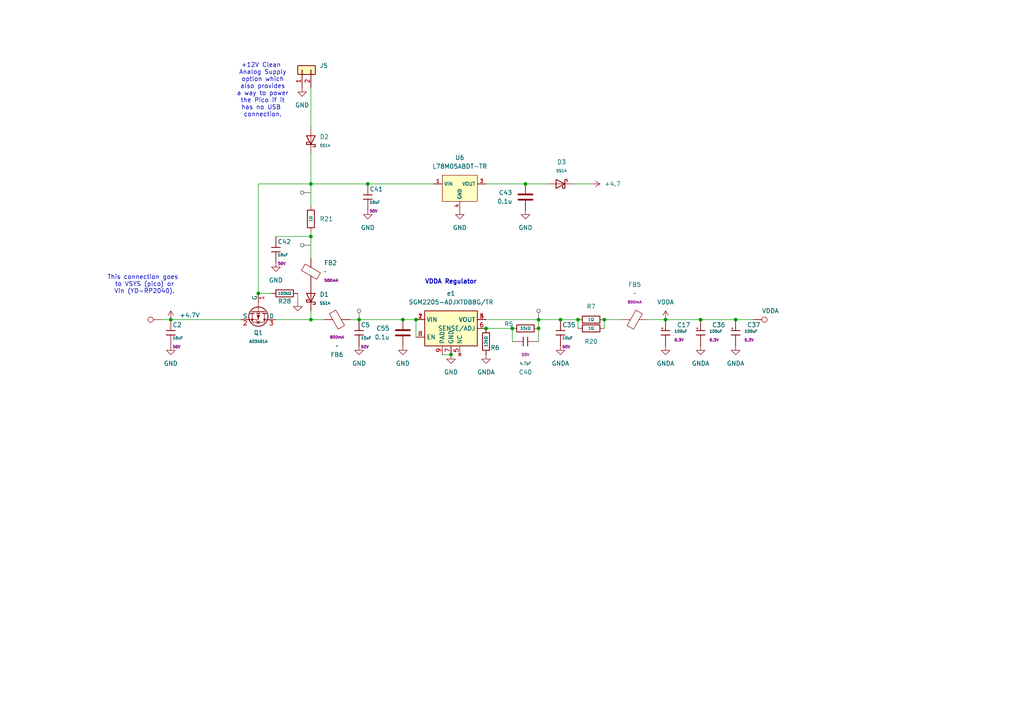
<source format=kicad_sch>
(kicad_sch (version 20250114) (generator "eeschema") (generator_version "9.0")
  (paper "A4")
  (lib_symbols
    (symbol "ADP7142AUJZ_1"
      (property "Reference" "e1" (at 0 10.16 0))
      (property "Value" "SGM2205-ADJXTDB8G/TR" (at 0 7.62 0))
      (symbol "ADP7142AUJZ_1_0_1"
        (rectangle (start -7.62 5.08) (end 7.62 -5.08) (stroke (width 0.254)) (fill (type background)))
      )
      (symbol "ADP7142AUJZ_1_1_1"
        (pin power_in line (at -10.16 2.54 0) (length 2.54) (name "VIN") (number "1"))
        (pin power_in line (at -10.16 2.54 0) (length 2.54) (name "VIN") (number "2"))
        (pin input line (at -10.16 -2.54 0) (length 2.54) (name "EN") (number "8"))
        (pin power_in line (at -2.54 -7.62 90) (length 2.54) (name "PAD") (number "9"))
        (pin passive line (at 0 -7.62 90) (length 2.54) (name "GND") (number "7"))
        (pin no_connect line (at 2.54 -7.62 90) (length 2.54) (name "NC") (number "5"))
        (pin power_out line (at 10.16 2.54 180) (length 2.54) (name "VOUT") (number "3"))
        (pin power_out line (at 10.16 2.54 180) (length 2.54) (name "VOUT") (number "4"))
        (pin input line (at 10.16 0 180) (length 2.54) (name "SENSE/ADJ") (number "6"))
      )
    )
    (symbol "Connector:TestPoint" (pin_numbers (hide yes)) (pin_names (offset 0.762) (hide yes))
      (property "Reference" "TP" (at 0 6.858 0))
      (property "Value" "TestPoint" (at 0 5.08 0))
      (symbol "TestPoint_0_1"
        (circle (center 0 3.302) (radius 0.762))
      )
      (symbol "TestPoint_1_1"
        (pin passive line (at 0 0 90) (length 2.54) (name "1") (number "1"))
      )
    )
    (symbol "Connector_Generic:Conn_01x02" (pin_names (offset 1.016) (hide yes))
      (property "Reference" "J" (at 0 2.54 0))
      (property "Value" "Conn_01x02" (at 0 -5.08 0))
      (symbol "Conn_01x02_1_1"
        (rectangle (start -1.27 1.27) (end 1.27 -3.81) (stroke (width 0.254)) (fill (type background)))
        (rectangle (start -1.27 0.127) (end 0 -0.127) (stroke (width 0.1524)))
        (rectangle (start -1.27 -2.413) (end 0 -2.667) (stroke (width 0.1524)))
        (pin passive line (at -5.08 0 0) (length 3.81) (name "Pin_1") (number "1"))
        (pin passive line (at -5.08 -2.54 0) (length 3.81) (name "Pin_2") (number "2"))
      )
    )
    (symbol "Device:C" (pin_numbers (hide yes)) (pin_names (offset 0.254))
      (property "Reference" "C" (at 0.635 2.54 0))
      (property "Value" "C" (at 0.635 -2.54 0))
      (symbol "C_0_1"
        (polyline (pts (xy -2.032 0.762) (xy 2.032 0.762)) (stroke (width 0.508)))
        (polyline (pts (xy -2.032 -0.762) (xy 2.032 -0.762)) (stroke (width 0.508)))
      )
      (symbol "C_1_1"
        (pin passive line (at 0 3.81 270) (length 2.794) (name "~") (number "1"))
        (pin passive line (at 0 -3.81 90) (length 2.794) (name "~") (number "2"))
      )
    )
    (symbol "GND_1" (power) (pin_numbers (hide yes)) (pin_names (offset 0) (hide yes))
      (property "Value" "GND" (at 0 -3.81 0))
      (symbol "GND_1_0_1"
        (polyline (pts (xy 0 0) (xy 0 -1.27) (xy 1.27 -1.27) (xy 0 -2.54) (xy -1.27 -1.27) (xy 0 -1.27)))
      )
      (symbol "GND_1_1_1"
        (pin power_in line (at 0 0 270) (length 0) (name "~") (number "1"))
      )
    )
    (symbol "LDO, 5V, 0.5A_1"
      (property "Reference" "U1" (at 0 10.16 0))
      (property "Value" "L78M05ABDT-TR" (at 0 7.62 0))
      (symbol "LDO, 5V, 0.5A_1_0_1"
        (rectangle (start -5.08 5.08) (end 5.08 -2.54) (fill (type background)))
      )
      (symbol "LDO, 5V, 0.5A_1_1_1"
        (pin power_in line (at -7.62 2.54 0) (length 2.56) (name "VIN") (number "1"))
        (pin power_in line (at 0 -5.08 90) (length 2.56) (name "GND") (number "4"))
        (pin power_out line (at 7.62 2.54 180) (length 2.56) (name "VOUT") (number "3"))
      )
    )
    (symbol "PCM_JLCPCB-Capacitors:0603,4.7pF" (pin_numbers (hide yes)) (pin_names (offset 0))
      (property "Reference" "C" (at 2.032 1.668 0))
      (property "Value" "4.7pF" (at 2.032 -0.3782 0))
      (property "Voltage Rated" "50V" (at 2.032 -2.0462 0))
      (symbol "0603,4.7pF_0_1"
        (polyline (pts (xy -1.27 0.635) (xy 1.27 0.635)) (stroke (width 0.254)))
        (polyline (pts (xy -1.27 -0.635) (xy 1.27 -0.635)) (stroke (width 0.254)))
      )
      (symbol "0603,4.7pF_1_1"
        (pin passive line (at 0 3.81 270) (length 3.175) (name "~") (number "1"))
        (pin passive line (at 0 -3.81 90) (length 3.175) (name "~") (number "2"))
      )
    )
    (symbol "PCM_JLCPCB-Capacitors:1206,10uF" (pin_numbers (hide yes)) (pin_names (offset 0))
      (property "Reference" "C" (at 2.032 1.668 0))
      (property "Value" "10uF" (at 2.032 -0.3782 0))
      (property "Voltage Rated" "50V" (at 2.032 -2.0462 0))
      (symbol "1206,10uF_0_1"
        (polyline (pts (xy -1.27 0.635) (xy 1.27 0.635)) (stroke (width 0.254)))
        (polyline (pts (xy -1.27 -0.635) (xy 1.27 -0.635)) (stroke (width 0.254)))
      )
      (symbol "1206,10uF_1_1"
        (pin passive line (at 0 3.81 270) (length 3.175) (name "~") (number "1"))
        (pin passive line (at 0 -3.81 90) (length 3.175) (name "~") (number "2"))
      )
    )
    (symbol "PCM_JLCPCB-Capacitors:CASE-B-3528-21(mm),100uF" (pin_numbers (hide yes)) (pin_names (offset 0))
      (property "Reference" "C" (at 2.032 1.668 0))
      (property "Value" "100uF" (at 2.032 -0.3782 0))
      (property "Rated Voltage" "6.3V" (at 2.032 -2.0462 0))
      (symbol "CASE-B-3528-21(mm),100uF_0_1"
        (polyline (pts (xy -1.27 1.27) (xy -0.635 1.27)) (stroke (width 0.127)))
        (polyline (pts (xy -1.27 0.635) (xy 1.27 0.635)) (stroke (width 0.254)))
        (polyline (pts (xy -1.27 -0.635) (xy 1.27 -0.635)) (stroke (width 0.254)))
        (polyline (pts (xy -0.9525 1.5875) (xy -0.9525 0.9525)) (stroke (width 0.127)))
      )
      (symbol "CASE-B-3528-21(mm),100uF_1_1"
        (pin passive line (at 0 3.81 270) (length 3.175) (name "~") (number "1"))
        (pin passive line (at 0 -3.81 90) (length 3.175) (name "~") (number "2"))
      )
    )
    (symbol "PCM_JLCPCB-Diodes:Schottky,SS14" (pin_numbers (hide yes)) (pin_names (offset 0))
      (property "Reference" "D" (at 2.032 0.834 0))
      (property "Value" "SS14" (at 2.032 -1.2122 0))
      (symbol "Schottky,SS14_0_1"
        (polyline (pts (xy -1.27 1.27) (xy 0 -1.27) (xy 1.27 1.27) (xy -1.27 1.27)) (stroke (width 0.254)))
        (polyline (pts (xy 0.635 -1.905) (xy 1.27 -1.905) (xy 1.27 -1.27) (xy -1.27 -1.27) (xy -1.27 -0.635) (xy -0.635 -0.635)) (stroke (width 0.254)))
      )
      (symbol "Schottky,SS14_1_1"
        (pin passive line (at 0 3.81 270) (length 3.81) (name "~") (number "2"))
        (pin passive line (at 0 -3.81 90) (length 3.81) (name "~") (number "1"))
      )
    )
    (symbol "PCM_JLCPCB-Inductors:Ferrite,0805" (pin_numbers (hide yes)) (pin_names (offset 0))
      (property "Reference" "FB" (at 3.4036 1.2508 0))
      (property "Current Rating" "800mA" (at 3.4036 -1.5274 0))
      (symbol "Ferrite,0805_0_1"
        (polyline (pts (xy -2.7686 0.4064) (xy -1.7018 2.2606) (xy 2.7686 -0.3048) (xy 1.6764 -2.159) (xy -2.7686 0.4064)))
        (polyline (pts (xy 0 1.27) (xy 0 1.2954)))
        (polyline (pts (xy 0 -1.27) (xy 0 -1.2192)))
      )
      (symbol "Ferrite,0805_1_1"
        (pin passive line (at 0 3.81 270) (length 2.54) (name "~") (number "1"))
        (pin passive line (at 0 -3.81 90) (length 2.54) (name "~") (number "2"))
      )
    )
    (symbol "PCM_JLCPCB-Inductors:Ferrite,0805,(2)" (pin_numbers (hide yes)) (pin_names (offset 0))
      (property "Reference" "FB" (at 3.4036 1.2508 0))
      (property "Current Rating" "500mA" (at 3.4036 -1.5274 0))
      (symbol "Ferrite,0805,(2)_0_1"
        (polyline (pts (xy -2.7686 0.4064) (xy -1.7018 2.2606) (xy 2.7686 -0.3048) (xy 1.6764 -2.159) (xy -2.7686 0.4064)))
        (polyline (pts (xy 0 1.27) (xy 0 1.2954)))
        (polyline (pts (xy 0 -1.27) (xy 0 -1.2192)))
      )
      (symbol "Ferrite,0805,(2)_1_1"
        (pin passive line (at 0 3.81 270) (length 2.54) (name "~") (number "1"))
        (pin passive line (at 0 -3.81 90) (length 2.54) (name "~") (number "2"))
      )
    )
    (symbol "PCM_JLCPCB-Resistors:0805,100kΩ" (pin_numbers (hide yes)) (pin_names (offset 0))
      (property "Reference" "R" (at 1.778 0 0))
      (property "Value" "100kΩ" (at 0 0 90))
      (symbol "0805,100kΩ_0_1"
        (rectangle (start -1.016 2.54) (end 1.016 -2.54) (stroke (width 0.254)))
      )
      (symbol "0805,100kΩ_1_1"
        (pin passive line (at 0 3.81 270) (length 1.27) (name "~") (number "1"))
        (pin passive line (at 0 -3.81 90) (length 1.27) (name "~") (number "2"))
      )
    )
    (symbol "PCM_JLCPCB-Resistors:0805,12kΩ" (pin_numbers (hide yes)) (pin_names (offset 0))
      (property "Reference" "R" (at 1.778 0 0))
      (property "Value" "12kΩ" (at 0 0 90))
      (symbol "0805,12kΩ_0_1"
        (rectangle (start -1.016 2.54) (end 1.016 -2.54) (stroke (width 0.254)))
      )
      (symbol "0805,12kΩ_1_1"
        (pin passive line (at 0 3.81 270) (length 1.27) (name "~") (number "1"))
        (pin passive line (at 0 -3.81 90) (length 1.27) (name "~") (number "2"))
      )
    )
    (symbol "PCM_JLCPCB-Resistors:0805,1Ω" (pin_numbers (hide yes)) (pin_names (offset 0))
      (property "Reference" "R" (at 1.778 0 0))
      (property "Value" "1Ω" (at 0 0 90))
      (symbol "0805,1Ω_0_1"
        (rectangle (start -1.016 2.54) (end 1.016 -2.54) (stroke (width 0.254)))
      )
      (symbol "0805,1Ω_1_1"
        (pin passive line (at 0 3.81 270) (length 1.27) (name "~") (number "1"))
        (pin passive line (at 0 -3.81 90) (length 1.27) (name "~") (number "2"))
      )
    )
    (symbol "PCM_JLCPCB-Resistors:0805,33kΩ" (pin_numbers (hide yes)) (pin_names (offset 0))
      (property "Reference" "R" (at 1.778 0 0))
      (property "Value" "33kΩ" (at 0 0 90))
      (symbol "0805,33kΩ_0_1"
        (rectangle (start -1.016 2.54) (end 1.016 -2.54) (stroke (width 0.254)))
      )
      (symbol "0805,33kΩ_1_1"
        (pin passive line (at 0 3.81 270) (length 1.27) (name "~") (number "1"))
        (pin passive line (at 0 -3.81 90) (length 1.27) (name "~") (number "2"))
      )
    )
    (symbol "PCM_JLCPCB-Transistors:PMOS,AO3401A" (pin_names (offset 0))
      (property "Reference" "Q" (at 4.8514 0.834 0))
      (property "Value" "AO3401A" (at 4.8514 -1.2122 0))
      (symbol "PMOS,AO3401A_0_1"
        (polyline (pts (xy 0.254 1.905) (xy 0.254 -1.905)) (stroke (width 0.254)))
        (polyline (pts (xy 0.254 0) (xy -2.54 0)))
        (polyline (pts (xy 0.762 2.286) (xy 0.762 1.27)) (stroke (width 0.254)))
        (polyline (pts (xy 0.762 1.778) (xy 3.302 1.778) (xy 3.302 -1.778) (xy 0.762 -1.778)))
        (polyline (pts (xy 0.762 0.508) (xy 0.762 -0.508)) (stroke (width 0.254)))
        (polyline (pts (xy 0.762 -1.27) (xy 0.762 -2.286)) (stroke (width 0.254)))
        (circle (center 1.651 0) (radius 2.794) (stroke (width 0.254)))
        (polyline (pts (xy 2.286 0) (xy 1.27 0.381) (xy 1.27 -0.381) (xy 2.286 0)) (fill (type outline)))
        (polyline (pts (xy 2.54 2.54) (xy 2.54 1.778)))
        (circle (center 2.54 1.778) (radius 0.254) (fill (type outline)))
        (circle (center 2.54 -1.778) (radius 0.254) (fill (type outline)))
        (polyline (pts (xy 2.54 -2.54) (xy 2.54 0) (xy 0.762 0)))
        (polyline (pts (xy 2.794 -0.508) (xy 2.921 -0.381) (xy 3.683 -0.381) (xy 3.81 -0.254)))
        (polyline (pts (xy 3.302 -0.381) (xy 2.921 0.254) (xy 3.683 0.254) (xy 3.302 -0.381)))
      )
      (symbol "PMOS,AO3401A_1_1"
        (pin input line (at -5.08 0 0) (length 2.54) (name "G") (number "1"))
        (pin passive line (at 2.54 5.08 270) (length 2.54) (name "D") (number "3"))
        (pin passive line (at 2.54 -5.08 90) (length 2.54) (name "S") (number "2"))
      )
    )
    (symbol "power:+5V" (power) (pin_names (offset 0))
      (property "Value" "+5V" (at 0 3.556 0))
      (symbol "+5V_0_1"
        (polyline (pts (xy -0.762 1.27) (xy 0 2.54)))
        (polyline (pts (xy 0 2.54) (xy 0.762 1.27)))
        (polyline (pts (xy 0 0) (xy 0 2.54)))
      )
      (symbol "+5V_1_1"
        (pin power_in line (at 0 0 90) (length 0) (hide yes) (name "+5V") (number "1"))
      )
    )
    (symbol "power:GNDA" (power) (pin_names (offset 0))
      (property "Value" "GNDA" (at 0 -3.81 0))
      (symbol "GNDA_0_1"
        (polyline (pts (xy 0 0) (xy 0 -1.27) (xy 1.27 -1.27) (xy 0 -2.54) (xy -1.27 -1.27) (xy 0 -1.27)))
      )
      (symbol "GNDA_1_1"
        (pin power_in line (at 0 0 270) (length 0) (hide yes) (name "GNDA") (number "1"))
      )
    )
    (symbol "power:VDDA" (power) (pin_names (offset 0))
      (property "Value" "VDDA" (at 0 3.81 0))
      (symbol "VDDA_0_1"
        (polyline (pts (xy -0.762 1.27) (xy 0 2.54)))
        (polyline (pts (xy 0 2.54) (xy 0.762 1.27)))
        (polyline (pts (xy 0 0) (xy 0 2.54)))
      )
      (symbol "VDDA_1_1"
        (pin power_in line (at 0 0 90) (length 0) (hide yes) (name "VDDA") (number "1"))
      )
    )
  )
  (text "VDDA Regulator" (at 123.19 82.55 0) (effects (font (size 1.27 1.27) (bold yes)) (justify left bottom)))
  (text "+12V Clean \nAnalog Supply\noption which\nalso provides\na way to power\nthe Pico if it\nhas no USB \nconnection." (at 76.2 26.162 0) (effects (font (size 1.27 1.27))))
  (text "This connection goes \nto VSYS (pico) or\nVin (YD-RP2040)." (at 41.91 82.55 0) (effects (font (size 1.27 1.27))))
  (junction (at 104.14 92.71))
  (junction (at 90.17 92.71))
  (junction (at 162.56 92.71))
  (junction (at 106.68 53.34))
  (junction (at 74.93 85.09))
  (junction (at 156.21 92.71))
  (junction (at 167.64 92.71))
  (junction (at 120.65 92.71))
  (junction (at 90.17 68.58))
  (junction (at 130.81 102.87))
  (junction (at 213.36 92.71))
  (junction (at 49.53 92.71))
  (junction (at 193.04 92.71))
  (junction (at 90.17 53.34))
  (junction (at 175.26 92.71))
  (junction (at 148.59 95.25))
  (junction (at 116.84 92.71))
  (junction (at 152.4 53.34))
  (junction (at 203.2 92.71))
  (junction (at 156.21 95.25))
  (junction (at 140.97 95.25))
  (wire (pts (xy 156.21 95.25) (xy 156.21 99.06)))
  (wire (pts (xy 104.14 92.71) (xy 116.84 92.71)))
  (wire (pts (xy 156.21 92.71) (xy 162.56 92.71)))
  (wire (pts (xy 116.84 92.71) (xy 120.65 92.71)))
  (wire (pts (xy 101.6 92.71) (xy 104.14 92.71)))
  (wire (pts (xy 90.17 92.71) (xy 93.98 92.71)))
  (wire (pts (xy 90.17 44.45) (xy 90.17 53.34)))
  (wire (pts (xy 49.53 92.71) (xy 69.85 92.71)))
  (wire (pts (xy 106.68 53.34) (xy 125.73 53.34)))
  (wire (pts (xy 106.68 53.34) (xy 90.17 53.34)))
  (wire (pts (xy 203.2 92.71) (xy 213.36 92.71)))
  (wire (pts (xy 213.36 92.71) (xy 218.44 92.71)))
  (wire (pts (xy 140.97 92.71) (xy 156.21 92.71)))
  (wire (pts (xy 120.65 92.71) (xy 120.65 97.79)))
  (wire (pts (xy 140.97 53.34) (xy 152.4 53.34)))
  (wire (pts (xy 203.2 92.71) (xy 193.04 92.71)))
  (wire (pts (xy 90.17 53.34) (xy 90.17 59.69)))
  (wire (pts (xy 167.64 92.71) (xy 167.64 95.25)))
  (wire (pts (xy 90.17 67.31) (xy 90.17 68.58)))
  (wire (pts (xy 90.17 25.4) (xy 90.17 36.83)))
  (wire (pts (xy 187.96 92.71) (xy 193.04 92.71)))
  (wire (pts (xy 74.93 53.34) (xy 74.93 85.09)))
  (wire (pts (xy 80.01 68.58) (xy 90.17 68.58)))
  (wire (pts (xy 74.93 53.34) (xy 90.17 53.34)))
  (wire (pts (xy 74.93 85.09) (xy 78.74 85.09)))
  (wire (pts (xy 156.21 92.71) (xy 156.21 95.25)))
  (wire (pts (xy 140.97 95.25) (xy 148.59 95.25)))
  (wire (pts (xy 148.59 95.25) (xy 148.59 99.06)))
  (wire (pts (xy 90.17 68.58) (xy 90.17 74.93)))
  (wire (pts (xy 128.27 102.87) (xy 130.81 102.87)))
  (wire (pts (xy 46.99 92.71) (xy 49.53 92.71)))
  (wire (pts (xy 166.37 53.34) (xy 171.45 53.34)))
  (wire (pts (xy 162.56 92.71) (xy 167.64 92.71)))
  (wire (pts (xy 175.26 92.71) (xy 175.26 95.25)))
  (wire (pts (xy 80.01 92.71) (xy 90.17 92.71)))
  (wire (pts (xy 90.17 90.17) (xy 90.17 92.71)))
  (wire (pts (xy 86.36 85.09) (xy 86.36 87.63)))
  (wire (pts (xy 152.4 53.34) (xy 158.75 53.34)))
  (wire (pts (xy 175.26 92.71) (xy 180.34 92.71)))
  (netclass_flag "" (length 2.54) (shape round) (at 156.21 92.71 0) (property "Netclass" "5V" (effects (hide yes))))
  (netclass_flag "" (length 2.54) (shape round) (at 90.17 55.88 90) (property "Netclass" "5V" (effects (hide yes))))
  (netclass_flag "" (length 2.54) (shape round) (at 90.17 71.12 90) (property "Netclass" "5V" (effects (hide yes))))
  (netclass_flag "" (length 2.54) (shape round) (at 104.14 92.71 0) (property "Netclass" "5V" (effects (hide yes))))
  (symbol (lib_id "Connector:TestPoint") (at 46.99 92.71 90) (unit 1)
    (property "Reference" "TP25" (effects (hide yes)))
    (property "Value" "+5" (effects (hide yes)))
    (property "Footprint" "TestPoint:TestPoint_THTPad_D1.0mm_Drill0.5mm" (effects (hide yes)))
  )
  (symbol (lib_id "PCM_JLCPCB-Resistors:0805,33kΩ") (at 152.4 95.25 90) (unit 1)
    (property "Reference" "R5" (at 147.574 93.98 90))
    (property "Value" "33kΩ" (at 152.4 95.25 90) (effects (font (size 0.8 0.8))))
    (property "Footprint" "PCM_JLCPCB:R_0805" (effects (hide yes)))
    (property "Datasheet" "https://www.lcsc.com/datasheet/lcsc_datasheet_2205311830_UNI-ROYAL-Uniroyal-Elec-0805W8F3302T5E_C17633.pdf" (effects (hide yes)))
    (property "Description" "125mW Thick Film Resistors 150V ±100ppm/°C ±1% 33kΩ 0805 Chip Resistor - Surface Mount ROHS" (effects (hide yes)))
    (property "LCSC" "C17633" (effects (hide yes)))
    (property "Stock" "342884" (effects (hide yes)))
    (property "Price" "0.005USD" (effects (hide yes)))
    (property "Process" "SMT" (effects (hide yes)))
    (property "Minimum Qty" "20" (effects (hide yes)))
    (property "Attrition Qty" "10" (effects (hide yes)))
    (property "Class" "Basic Component" (effects (hide yes)))
    (property "Category" "Resistors,Chip Resistor - Surface Mount" (effects (hide yes)))
    (property "Manufacturer" "UNI-ROYAL(Uniroyal Elec)" (effects (hide yes)))
    (property "Part" "0805W8F3302T5E" (effects (hide yes)))
    (property "Resistance" "33kΩ" (effects (hide yes)))
    (property "Power(Watts)" "125mW" (effects (hide yes)))
    (property "Type" "Thick Film Resistors" (effects (hide yes)))
    (property "Overload Voltage (Max)" "150V" (effects (hide yes)))
    (property "Operating Temperature Range" "-55°C~+155°C" (effects (hide yes)))
    (property "Tolerance" "±1%" (effects (hide yes)))
    (property "Temperature Coefficient" "±100ppm/°C" (effects (hide yes)))
  )
  (symbol (lib_id "PCM_JLCPCB-Resistors:0805,1Ω") (at 171.45 95.25 90) (mirror x) (unit 1)
    (property "Reference" "R20" (at 171.45 99.06 90))
    (property "Value" "1Ω" (at 171.45 95.25 90) (effects (font (size 0.8 0.8))))
    (property "Footprint" "PCM_JLCPCB:R_0805" (effects (hide yes)))
    (property "Datasheet" "https://www.lcsc.com/datasheet/lcsc_datasheet_2205311845_UNI-ROYAL-Uniroyal-Elec-0805W8F100KT5E_C25271.pdf" (effects (hide yes)))
    (property "Description" "125mW Thick Film Resistors 150V ±1% ±400ppm/°C 1Ω 0805 Chip Resistor - Surface Mount ROHS" (effects (hide yes)))
    (property "LCSC" "C25271" (effects (hide yes)))
    (property "Stock" "413540" (effects (hide yes)))
    (property "Price" "0.006USD" (effects (hide yes)))
    (property "Process" "SMT" (effects (hide yes)))
    (property "Minimum Qty" "20" (effects (hide yes)))
    (property "Attrition Qty" "10" (effects (hide yes)))
    (property "Class" "Basic Component" (effects (hide yes)))
    (property "Category" "Resistors,Chip Resistor - Surface Mount" (effects (hide yes)))
    (property "Manufacturer" "UNI-ROYAL(Uniroyal Elec)" (effects (hide yes)))
    (property "Part" "0805W8F100KT5E" (effects (hide yes)))
    (property "Resistance" "1Ω" (effects (hide yes)))
    (property "Power(Watts)" "125mW" (effects (hide yes)))
    (property "Type" "Thick Film Resistors" (effects (hide yes)))
    (property "Overload Voltage (Max)" "150V" (effects (hide yes)))
    (property "Operating Temperature Range" "-55°C~+155°C" (effects (hide yes)))
    (property "Tolerance" "±1%" (effects (hide yes)))
    (property "Temperature Coefficient" "±400ppm/°C" (effects (hide yes)))
  )
  (symbol (lib_id "PCM_JLCPCB-Resistors:0805,100kΩ") (at 82.55 85.09 90) (unit 1)
    (property "Reference" "R28" (at 82.55 87.376 90))
    (property "Value" "100kΩ" (at 82.55 85.09 90) (effects (font (size 0.8 0.8))))
    (property "Footprint" "PCM_JLCPCB:R_0805" (effects (hide yes)))
    (property "Datasheet" "https://www.lcsc.com/datasheet/lcsc_datasheet_2205312316_UNI-ROYAL-Uniroyal-Elec-0805W8F1003T5E_C149504.pdf" (effects (hide yes)))
    (property "Description" "125mW Thick Film Resistors 150V ±100ppm/°C ±1% 100kΩ 0805 Chip Resistor - Surface Mount ROHS" (effects (hide yes)))
    (property "LCSC" "C149504" (effects (hide yes)))
    (property "Stock" "3946237" (effects (hide yes)))
    (property "Price" "0.005USD" (effects (hide yes)))
    (property "Process" "SMT" (effects (hide yes)))
    (property "Minimum Qty" "20" (effects (hide yes)))
    (property "Attrition Qty" "10" (effects (hide yes)))
    (property "Class" "Basic Component" (effects (hide yes)))
    (property "Category" "Resistors,Chip Resistor - Surface Mount" (effects (hide yes)))
    (property "Manufacturer" "UNI-ROYAL(Uniroyal Elec)" (effects (hide yes)))
    (property "Part" "0805W8F1003T5E" (effects (hide yes)))
    (property "Resistance" "100kΩ" (effects (hide yes)))
    (property "Power(Watts)" "125mW" (effects (hide yes)))
    (property "Type" "Thick Film Resistors" (effects (hide yes)))
    (property "Overload Voltage (Max)" "150V" (effects (hide yes)))
    (property "Operating Temperature Range" "-55°C~+155°C" (effects (hide yes)))
    (property "Tolerance" "±1%" (effects (hide yes)))
    (property "Temperature Coefficient" "±100ppm/°C" (effects (hide yes)))
  )
  (symbol (lib_id "PCM_JLCPCB-Resistors:0805,1Ω") (at 90.17 63.5 180) (unit 1)
    (property "Reference" "R21" (at 92.71 63.4999 0) (effects (justify right)))
    (property "Value" "1Ω" (at 90.17 63.5 90) (effects (font (size 0.8 0.8))))
    (property "Footprint" "PCM_JLCPCB:R_0805" (effects (hide yes)))
    (property "Datasheet" "https://www.lcsc.com/datasheet/lcsc_datasheet_2205311845_UNI-ROYAL-Uniroyal-Elec-0805W8F100KT5E_C25271.pdf" (effects (hide yes)))
    (property "Description" "125mW Thick Film Resistors 150V ±1% ±400ppm/°C 1Ω 0805 Chip Resistor - Surface Mount ROHS" (effects (hide yes)))
    (property "LCSC" "C25271" (effects (hide yes)))
    (property "Stock" "413540" (effects (hide yes)))
    (property "Price" "0.006USD" (effects (hide yes)))
    (property "Process" "SMT" (effects (hide yes)))
    (property "Minimum Qty" "20" (effects (hide yes)))
    (property "Attrition Qty" "10" (effects (hide yes)))
    (property "Class" "Basic Component" (effects (hide yes)))
    (property "Category" "Resistors,Chip Resistor - Surface Mount" (effects (hide yes)))
    (property "Manufacturer" "UNI-ROYAL(Uniroyal Elec)" (effects (hide yes)))
    (property "Part" "0805W8F100KT5E" (effects (hide yes)))
    (property "Resistance" "1Ω" (effects (hide yes)))
    (property "Power(Watts)" "125mW" (effects (hide yes)))
    (property "Type" "Thick Film Resistors" (effects (hide yes)))
    (property "Overload Voltage (Max)" "150V" (effects (hide yes)))
    (property "Operating Temperature Range" "-55°C~+155°C" (effects (hide yes)))
    (property "Tolerance" "±1%" (effects (hide yes)))
    (property "Temperature Coefficient" "±400ppm/°C" (effects (hide yes)))
  )
  (symbol (lib_name "GND_1") (lib_id "power:GND") (at 104.14 100.33 0) (unit 1)
    (property "Reference" "#PWR021" (effects (hide yes)))
    (property "Value" "GND" (at 104.14 105.41 0))
  )
  (symbol (lib_name "GND_1") (lib_id "power:GND") (at 106.68 60.96 0) (unit 1)
    (property "Reference" "#PWR061" (effects (hide yes)))
    (property "Value" "GND" (at 106.68 66.04 0))
  )
  (symbol (lib_id "PCM_JLCPCB-Resistors:0805,12kΩ") (at 140.97 99.06 0) (unit 1)
    (property "Reference" "R6" (at 142.24 100.838 0) (effects (justify left)))
    (property "Value" "12kΩ" (at 140.97 99.06 90) (effects (font (size 0.8 0.8))))
    (property "Footprint" "PCM_JLCPCB:R_0805" (effects (hide yes)))
    (property "Datasheet" "https://www.lcsc.com/datasheet/lcsc_datasheet_2206010216_UNI-ROYAL-Uniroyal-Elec-0805W8F1202T5E_C17444.pdf" (effects (hide yes)))
    (property "Description" "125mW Thick Film Resistors 150V ±100ppm/°C ±1% 12kΩ 0805 Chip Resistor - Surface Mount ROHS" (effects (hide yes)))
    (property "LCSC" "C17444" (effects (hide yes)))
    (property "Stock" "204708" (effects (hide yes)))
    (property "Price" "0.005USD" (effects (hide yes)))
    (property "Process" "SMT" (effects (hide yes)))
    (property "Minimum Qty" "20" (effects (hide yes)))
    (property "Attrition Qty" "10" (effects (hide yes)))
    (property "Class" "Basic Component" (effects (hide yes)))
    (property "Category" "Resistors,Chip Resistor - Surface Mount" (effects (hide yes)))
    (property "Manufacturer" "UNI-ROYAL(Uniroyal Elec)" (effects (hide yes)))
    (property "Part" "0805W8F1202T5E" (effects (hide yes)))
    (property "Resistance" "12kΩ" (effects (hide yes)))
    (property "Power(Watts)" "125mW" (effects (hide yes)))
    (property "Type" "Thick Film Resistors" (effects (hide yes)))
    (property "Overload Voltage (Max)" "150V" (effects (hide yes)))
    (property "Operating Temperature Range" "-55°C~+155°C" (effects (hide yes)))
    (property "Tolerance" "±1%" (effects (hide yes)))
    (property "Temperature Coefficient" "±100ppm/°C" (effects (hide yes)))
  )
  (symbol (lib_id "Device:C") (at 152.4 57.15 0) (mirror y) (unit 1)
    (property "Reference" "C43" (at 148.59 55.88 0) (effects (justify left)))
    (property "Value" "0.1u" (at 148.59 58.42 0) (effects (justify left)))
    (property "Footprint" "Capacitor_SMD:C_0805_2012Metric" (effects (hide yes)))
    (property "Datasheet" "https://datasheet.lcsc.com/lcsc/2304140030_YAGEO-CC0805KRX7R9BB104_C49678.pdf" (effects (hide yes)))
    (property "LCSC" "C49678" (effects (hide yes)))
  )
  (symbol (lib_id "PCM_JLCPCB-Capacitors:1206,10uF") (at 49.53 96.52 0) (unit 1)
    (property "Reference" "C2" (at 50.038 94.234 0) (effects (justify left)))
    (property "Value" "10uF" (at 50.038 98.044 0) (effects (font (size 0.8 0.8)) (justify left)))
    (property "Footprint" "PCM_JLCPCB:C_1206" (effects (hide yes)))
    (property "Datasheet" "https://www.lcsc.com/datasheet/lcsc_datasheet_2304140030_Samsung-Electro-Mechanics-CL31A106KBHNNNE_C13585.pdf" (effects (hide yes)))
    (property "Description" "50V 10uF X5R ±10% 1206 Multilayer Ceramic Capacitors MLCC - SMD/SMT ROHS" (effects (hide yes)))
    (property "LCSC" "C13585" (effects (hide yes)))
    (property "Stock" "3698334" (effects (hide yes)))
    (property "Price" "0.035USD" (effects (hide yes)))
    (property "Process" "SMT" (effects (hide yes)))
    (property "Minimum Qty" "5" (effects (hide yes)))
    (property "Attrition Qty" "4" (effects (hide yes)))
    (property "Class" "Basic Component" (effects (hide yes)))
    (property "Category" "Capacitors,Multilayer Ceramic Capacitors MLCC - SMD/SMT" (effects (hide yes)))
    (property "Manufacturer" "Samsung Electro-Mechanics" (effects (hide yes)))
    (property "Part" "CL31A106KBHNNNE" (effects (hide yes)))
    (property "Voltage Rated" "50V" (at 50.038 100.584 0) (effects (font (size 0.8 0.8)) (justify left)))
    (property "Tolerance" "±10%" (effects (hide yes)))
    (property "Capacitance" "10uF" (effects (hide yes)))
    (property "Temperature Coefficient" "X5R" (effects (hide yes)))
  )
  (symbol (lib_id "PCM_JLCPCB-Capacitors:1206,10uF") (at 162.56 96.52 0) (unit 1)
    (property "Reference" "C35" (at 163.068 94.234 0) (effects (justify left)))
    (property "Value" "10uF" (at 163.068 98.044 0) (effects (font (size 0.8 0.8)) (justify left)))
    (property "Footprint" "PCM_JLCPCB:C_1206" (effects (hide yes)))
    (property "Datasheet" "https://www.lcsc.com/datasheet/lcsc_datasheet_2304140030_Samsung-Electro-Mechanics-CL31A106KBHNNNE_C13585.pdf" (effects (hide yes)))
    (property "Description" "50V 10uF X5R ±10% 1206 Multilayer Ceramic Capacitors MLCC - SMD/SMT ROHS" (effects (hide yes)))
    (property "LCSC" "C13585" (effects (hide yes)))
    (property "Stock" "3698334" (effects (hide yes)))
    (property "Price" "0.035USD" (effects (hide yes)))
    (property "Process" "SMT" (effects (hide yes)))
    (property "Minimum Qty" "5" (effects (hide yes)))
    (property "Attrition Qty" "4" (effects (hide yes)))
    (property "Class" "Basic Component" (effects (hide yes)))
    (property "Category" "Capacitors,Multilayer Ceramic Capacitors MLCC - SMD/SMT" (effects (hide yes)))
    (property "Manufacturer" "Samsung Electro-Mechanics" (effects (hide yes)))
    (property "Part" "CL31A106KBHNNNE" (effects (hide yes)))
    (property "Voltage Rated" "50V" (at 163.068 100.584 0) (effects (font (size 0.8 0.8)) (justify left)))
    (property "Tolerance" "±10%" (effects (hide yes)))
    (property "Capacitance" "10uF" (effects (hide yes)))
    (property "Temperature Coefficient" "X5R" (effects (hide yes)))
  )
  (symbol (lib_id "power:GNDA") (at 213.36 100.33 0) (unit 1)
    (property "Reference" "#PWR051" (effects (hide yes)))
    (property "Value" "GNDA" (at 213.36 105.41 0))
  )
  (symbol (lib_id "PCM_JLCPCB-Inductors:Ferrite,0805") (at 97.79 92.71 90) (mirror x) (unit 1)
    (property "Reference" "FB6" (at 97.7392 102.87 90))
    (property "Value" "~" (at 97.7392 100.33 90) (effects (font (size 0.8 0.8))))
    (property "Footprint" "PCM_JLCPCB:FB_0805" (effects (hide yes)))
    (property "Datasheet" "https://www.lcsc.com/datasheet/lcsc_datasheet_2310301640_Sunlord-GZ2012D101TF_C1015.pdf" (effects (hide yes)))
    (property "Description" "±25% 100Ω@100MHz 0805 Ferrite Beads ROHS" (effects (hide yes)))
    (property "LCSC" "C1015" (effects (hide yes)))
    (property "Stock" "196104" (effects (hide yes)))
    (property "Price" "0.017USD" (effects (hide yes)))
    (property "Process" "SMT" (effects (hide yes)))
    (property "Minimum Qty" "20" (effects (hide yes)))
    (property "Attrition Qty" "10" (effects (hide yes)))
    (property "Class" "Basic Component" (effects (hide yes)))
    (property "Category" "Filters/EMI Optimization,Ferrite Beads" (effects (hide yes)))
    (property "Manufacturer" "Sunlord" (effects (hide yes)))
    (property "Part" "GZ2012D101TF" (effects (hide yes)))
    (property "Impedance @ Frequency" "100Ω@100MHz" (effects (hide yes)))
    (property "Circuits" "1" (effects (hide yes)))
    (property "Current Rating" "800mA" (at 97.7392 97.79 90) (effects (font (size 0.8 0.8))))
    (property "Tolerance" "±25%" (effects (hide yes)))
  )
  (symbol (lib_name "GND_1") (lib_id "power:GND") (at 87.63 25.4 0) (unit 1)
    (property "Reference" "#PWR055" (effects (hide yes)))
    (property "Value" "GND" (at 87.63 30.48 0))
  )
  (symbol (lib_name "LDO, 5V, 0.5A_1") (lib_id "PCM_JLCPCB-Power:LDO, 5V, 0.5A") (at 133.35 55.88 0) (unit 1)
    (property "Reference" "U6" (at 133.35 45.72 0))
    (property "Value" "L78M05ABDT-TR" (at 133.35 48.26 0))
    (property "Footprint" "PCM_JLCPCB:TO-252-2_L6.5-W6.1-P4.58-LS10.0-TL" (effects (hide yes)))
    (property "Datasheet" "https://www.lcsc.com/datasheet/lcsc_datasheet_2307281528_STMicroelectronics-L78M05ABDT-TR_C58069.pdf" (effects (hide yes)))
    (property "Description" "62dB@(120Hz) 500mA Fixed 5V Positive electrode 35V TO-252-2(DPAK) Voltage Regulators - Linear, Low Drop Out (LDO) Regulators ROHS" (effects (hide yes)))
    (property "LCSC" "C58069" (effects (hide yes)))
    (property "Stock" "162133" (effects (hide yes)))
    (property "Price" "0.127USD" (effects (hide yes)))
    (property "Process" "SMT" (effects (hide yes)))
    (property "Minimum Qty" "2" (effects (hide yes)))
    (property "Attrition Qty" "0" (effects (hide yes)))
    (property "Class" "Basic Component" (effects (hide yes)))
    (property "Category" "Power Management ICs,Linear Voltage Regulators (LDO)" (effects (hide yes)))
    (property "Manufacturer" "STMicroelectronics" (effects (hide yes)))
    (property "Part" "L78M05ABDT-TR" (effects (hide yes)))
    (property "Number Of Outputs" "1" (effects (hide yes)))
    (property "Output Voltage" "5V" (effects (hide yes)))
    (property "Quiescent Current (Ground Current)" "6mA" (effects (hide yes)))
    (property "Output Current" "500mA" (effects (hide yes)))
    (property "Output Type" "Fixed" (effects (hide yes)))
    (property "Maximum Input Voltage" "35V" (effects (hide yes)))
    (property "Output Polarity" "Positive electrode" (effects (hide yes)))
    (property "Operating Temperature" "-40°C~+125°C" (effects (hide yes)))
    (property "Power Supply Rejection Ratio (Psrr)" "62dB@(120Hz)" (effects (hide yes)))
    (property "Feature" "Overcurrent Protection(OCP);Thermal Protection(TSD);Short-Circuit  Protection" (effects (hide yes)))
    (property "Standby Current" "6mA" (effects (hide yes)))
  )
  (symbol (lib_id "power:GNDA") (at 162.56 100.33 0) (unit 1)
    (property "Reference" "#PWR0126" (effects (hide yes)))
    (property "Value" "GNDA" (at 162.56 105.41 0))
  )
  (symbol (lib_id "PCM_JLCPCB-Resistors:0805,1Ω") (at 171.45 92.71 90) (unit 1)
    (property "Reference" "R7" (at 171.45 88.9 90))
    (property "Value" "1Ω" (at 171.45 92.71 90) (effects (font (size 0.8 0.8))))
    (property "Footprint" "PCM_JLCPCB:R_0805" (effects (hide yes)))
    (property "Datasheet" "https://www.lcsc.com/datasheet/lcsc_datasheet_2205311845_UNI-ROYAL-Uniroyal-Elec-0805W8F100KT5E_C25271.pdf" (effects (hide yes)))
    (property "Description" "125mW Thick Film Resistors 150V ±1% ±400ppm/°C 1Ω 0805 Chip Resistor - Surface Mount ROHS" (effects (hide yes)))
    (property "LCSC" "C25271" (effects (hide yes)))
    (property "Stock" "413540" (effects (hide yes)))
    (property "Price" "0.006USD" (effects (hide yes)))
    (property "Process" "SMT" (effects (hide yes)))
    (property "Minimum Qty" "20" (effects (hide yes)))
    (property "Attrition Qty" "10" (effects (hide yes)))
    (property "Class" "Basic Component" (effects (hide yes)))
    (property "Category" "Resistors,Chip Resistor - Surface Mount" (effects (hide yes)))
    (property "Manufacturer" "UNI-ROYAL(Uniroyal Elec)" (effects (hide yes)))
    (property "Part" "0805W8F100KT5E" (effects (hide yes)))
    (property "Resistance" "1Ω" (effects (hide yes)))
    (property "Power(Watts)" "125mW" (effects (hide yes)))
    (property "Type" "Thick Film Resistors" (effects (hide yes)))
    (property "Overload Voltage (Max)" "150V" (effects (hide yes)))
    (property "Operating Temperature Range" "-55°C~+155°C" (effects (hide yes)))
    (property "Tolerance" "±1%" (effects (hide yes)))
    (property "Temperature Coefficient" "±400ppm/°C" (effects (hide yes)))
  )
  (symbol (lib_id "Connector:TestPoint") (at 218.44 92.71 270) (unit 1)
    (property "Reference" "TP26" (effects (hide yes)))
    (property "Value" "VDDA" (at 220.98 90.17 90) (effects (justify left)))
    (property "Footprint" "TestPoint:TestPoint_THTPad_D1.0mm_Drill0.5mm" (effects (hide yes)))
  )
  (symbol (lib_name "GND_1") (lib_id "power:GND") (at 116.84 100.33 0) (unit 1)
    (property "Reference" "#PWR0124" (effects (hide yes)))
    (property "Value" "GND" (at 116.84 105.41 0))
  )
  (symbol (lib_name "ADP7142AUJZ_1") (lib_id "Regulator_Linear:ADP7142AUJZ") (at 130.81 95.25 0) (unit 1)
    (property "Reference" "e1" (at 130.81 85.09 0))
    (property "Value" "SGM2205-ADJXTDB8G/TR" (at 130.81 87.63 0))
    (property "Footprint" "Package_DFN_QFN:DFN-8-1EP_3x3mm_P0.65mm_EP1.55x2.4mm" (effects (hide yes)))
    (property "Datasheet" "https://jlcpcb.com/api/file/downloadByFileSystemAccessId/8590903048351141888" (effects (hide yes)))
    (property "Description" "300mA, Low Noise,  Low Dropout Regulator, Positive, Adjustable, TSOT-23-5" (effects (hide yes)))
    (property "LCSC" "C5152847" (effects (hide yes)))
  )
  (symbol (lib_id "PCM_JLCPCB-Transistors:PMOS,AO3401A") (at 74.93 90.17 270) (unit 1)
    (property "Reference" "Q1" (at 74.93 96.52 90))
    (property "Value" "AO3401A" (at 74.93 99.06 90) (effects (font (size 0.8 0.8))))
    (property "Footprint" "PCM_JLCPCB:Q_SOT-23" (effects (hide yes)))
    (property "Datasheet" "https://www.lcsc.com/datasheet/lcsc_datasheet_2412061733_Alpha---Omega-Semicon-AO3401A_C15127.pdf" (effects (hide yes)))
    (property "Description" "30V 4A 44mΩ@10V,4.3A 1.4W 1.3V@250uA 1 Piece P-Channel SOT-23 MOSFETs ROHS" (effects (hide yes)))
    (property "LCSC" "C15127" (effects (hide yes)))
    (property "Stock" "443240" (effects (hide yes)))
    (property "Price" "0.061USD" (effects (hide yes)))
    (property "Process" "SMT" (effects (hide yes)))
    (property "Minimum Qty" "5" (effects (hide yes)))
    (property "Attrition Qty" "4" (effects (hide yes)))
    (property "Class" "Basic Component" (effects (hide yes)))
    (property "Category" "Transistors,MOSFETs" (effects (hide yes)))
    (property "Manufacturer" "Alpha & Omega Semicon" (effects (hide yes)))
    (property "Part" "AO3401A" (effects (hide yes)))
    (property "Continuous Drain Current (Id)" "4A" (effects (hide yes)))
    (property "Input Capacitance (Ciss@Vds)" "1.2nF@15V" (effects (hide yes)))
    (property "Operating Temperature" "-55°C~+150°C@(Tj)" (effects (hide yes)))
    (property "Type" "1 Piece P-Channel" (effects (hide yes)))
    (property "Drain Source Voltage (Vdss)" "30V" (effects (hide yes)))
    (property "Power Dissipation (Pd)" "1.4W" (effects (hide yes)))
    (property "Gate Threshold Voltage (Vgs(th)@Id)" "1.3V@250uA" (effects (hide yes)))
    (property "Drain Source On Resistance (RDS(on)@Vgs,Id)" "44mΩ@10V,4.3A" (effects (hide yes)))
    (property "Total Gate Charge (Qg@Vgs)" "12.2nC@4.5V" (effects (hide yes)))
  )
  (symbol (lib_id "Device:C") (at 116.84 96.52 0) (mirror y) (unit 1)
    (property "Reference" "C55" (at 113.03 95.25 0) (effects (justify left)))
    (property "Value" "0.1u" (at 113.03 97.79 0) (effects (justify left)))
    (property "Footprint" "Capacitor_SMD:C_0805_2012Metric" (effects (hide yes)))
    (property "Datasheet" "https://datasheet.lcsc.com/lcsc/2304140030_YAGEO-CC0805KRX7R9BB104_C49678.pdf" (effects (hide yes)))
    (property "LCSC" "C49678" (effects (hide yes)))
  )
  (symbol (lib_id "PCM_JLCPCB-Diodes:Schottky,SS14") (at 90.17 40.64 0) (unit 1)
    (property "Reference" "D2" (at 92.71 39.6874 0) (effects (justify left)))
    (property "Value" "SS14" (at 92.71 42.2275 0) (effects (font (size 0.8 0.8)) (justify left)))
    (property "Footprint" "PCM_JLCPCB:D_SMA" (effects (hide yes)))
    (property "Datasheet" "https://www.lcsc.com/datasheet/lcsc_datasheet_2407101109_MDD-Microdiode-Semiconductor-SS14_C2480.pdf" (effects (hide yes)))
    (property "Description" "40V Independent Type 1A 550mV@1A SMA(DO-214AC) Schottky Diodes ROHS" (effects (hide yes)))
    (property "LCSC" "C2480" (effects (hide yes)))
    (property "Stock" "1115112" (effects (hide yes)))
    (property "Price" "0.018USD" (effects (hide yes)))
    (property "Process" "SMT" (effects (hide yes)))
    (property "Minimum Qty" "5" (effects (hide yes)))
    (property "Attrition Qty" "10" (effects (hide yes)))
    (property "Class" "Basic Component" (effects (hide yes)))
    (property "Category" "Diodes,Schottky Barrier Diodes (SBD)" (effects (hide yes)))
    (property "Manufacturer" "MDD（Microdiode Electronics）" (effects (hide yes)))
    (property "Part" "SS14" (effects (hide yes)))
    (property "Rectified Current" "1A" (effects (hide yes)))
    (property "Forward Voltage (Vf@If)" "550mV@1A" (effects (hide yes)))
    (property "Reverse Voltage (Vr)" "40V" (effects (hide yes)))
    (property "Diode Configuration" "Independent Type" (effects (hide yes)))
    (property "Reverse Leakage Current (Ir)" "300uA@40V" (effects (hide yes)))
  )
  (symbol (lib_id "power:GNDA") (at 193.04 100.33 0) (unit 1)
    (property "Reference" "#PWR0128" (effects (hide yes)))
    (property "Value" "GNDA" (at 193.04 105.41 0))
  )
  (symbol (lib_id "PCM_JLCPCB-Capacitors:0603,4.7pF") (at 152.4 99.06 270) (mirror x) (unit 1)
    (property "Reference" "C40" (at 152.4 107.95 90))
    (property "Value" "4.7pF" (at 152.4 105.41 90) (effects (font (size 0.8 0.8))))
    (property "Footprint" "PCM_JLCPCB:C_0603" (effects (hide yes)))
    (property "Datasheet" "https://www.lcsc.com/datasheet/lcsc_datasheet_2304140030_FH--Guangdong-Fenghua-Advanced-Tech-0603CG4R7C500NT_C1669.pdf" (effects (hide yes)))
    (property "Description" "50V 4.7pF C0G 0603 Multilayer Ceramic Capacitors MLCC - SMD/SMT ROHS" (effects (hide yes)))
    (property "LCSC" "C1669" (effects (hide yes)))
    (property "Stock" "204968" (effects (hide yes)))
    (property "Price" "0.006USD" (effects (hide yes)))
    (property "Process" "SMT" (effects (hide yes)))
    (property "Minimum Qty" "20" (effects (hide yes)))
    (property "Attrition Qty" "10" (effects (hide yes)))
    (property "Class" "Preferred Component" (effects (hide yes)))
    (property "Category" "Capacitors,Multilayer Ceramic Capacitors MLCC - SMD/SMT" (effects (hide yes)))
    (property "Manufacturer" "FH(Guangdong Fenghua Advanced Tech)" (effects (hide yes)))
    (property "Part" "0603CG4R7C500NT" (effects (hide yes)))
    (property "Voltage Rated" "50V" (at 152.4 102.87 90) (effects (font (size 0.8 0.8))))
    (property "Capacitance" "4.7pF" (effects (hide yes)))
    (property "Temperature Coefficient" "C0G" (effects (hide yes)))
  )
  (symbol (lib_id "PCM_JLCPCB-Capacitors:CASE-B-3528-21(mm),100uF") (at 193.04 96.52 0) (unit 1)
    (property "Reference" "C17" (at 196.342 94.234 0) (effects (justify left)))
    (property "Value" "100uF" (at 195.58 96.0755 0) (effects (font (size 0.8 0.8)) (justify left)))
    (property "Footprint" "PCM_JLCPCB:C_CASE-B-3528-21(mm)" (effects (hide yes)))
    (property "Datasheet" "https://www.lcsc.com/datasheet/lcsc_datasheet_2111161030_Kyocera-AVX-TAJB107K006RNJ_C16133.pdf" (effects (hide yes)))
    (property "Description" "100uF 6.3V 1.7Ω@100kHz ±10% CASE-B-3528-21(mm) Tantalum Capacitors ROHS" (effects (hide yes)))
    (property "LCSC" "C16133" (effects (hide yes)))
    (property "Stock" "294947" (effects (hide yes)))
    (property "Price" "0.161USD" (effects (hide yes)))
    (property "Process" "SMT" (effects (hide yes)))
    (property "Minimum Qty" "5" (effects (hide yes)))
    (property "Attrition Qty" "2" (effects (hide yes)))
    (property "Class" "Basic Component" (effects (hide yes)))
    (property "Category" "Capacitors,Tantalum Capacitors" (effects (hide yes)))
    (property "Manufacturer" "AVX" (effects (hide yes)))
    (property "Part" "TAJB107K006RNJ" (effects (hide yes)))
    (property "Operating Temperature" "-55°C~+125°C" (effects (hide yes)))
    (property "Equivalent Series Resistance(ESR)" "1.7Ω@100kHz" (effects (hide yes)))
    (property "Tolerance" "±10%" (effects (hide yes)))
    (property "Capacitance" "100uF" (effects (hide yes)))
    (property "Rated Voltage" "6.3V" (at 195.58 98.6155 0) (effects (font (size 0.8 0.8)) (justify left)))
  )
  (symbol (lib_id "power:GNDA") (at 203.2 100.33 0) (unit 1)
    (property "Reference" "#PWR050" (effects (hide yes)))
    (property "Value" "GNDA" (at 203.2 105.41 0))
  )
  (symbol (lib_name "GND_1") (lib_id "power:GND") (at 130.81 102.87 0) (unit 1)
    (property "Reference" "#PWR0125" (effects (hide yes)))
    (property "Value" "GND" (at 130.81 107.95 0))
  )
  (symbol (lib_name "GND_1") (lib_id "power:GND") (at 133.35 60.96 0) (unit 1)
    (property "Reference" "#PWR033" (effects (hide yes)))
    (property "Value" "GND" (at 133.35 66.04 0))
  )
  (symbol (lib_id "power:GNDA") (at 140.97 102.87 0) (unit 1)
    (property "Reference" "#PWR028" (effects (hide yes)))
    (property "Value" "GNDA" (at 140.97 107.95 0))
  )
  (symbol (lib_id "power:+5V") (at 49.53 92.71 0) (unit 1)
    (property "Reference" "#PWR0123" (effects (hide yes)))
    (property "Value" "+4.7V" (at 52.07 91.4399 0) (effects (justify left)))
  )
  (symbol (lib_id "PCM_JLCPCB-Capacitors:CASE-B-3528-21(mm),100uF") (at 213.36 96.52 0) (unit 1)
    (property "Reference" "C37" (at 216.662 94.234 0) (effects (justify left)))
    (property "Value" "100uF" (at 215.9 96.0755 0) (effects (font (size 0.8 0.8)) (justify left)))
    (property "Footprint" "PCM_JLCPCB:C_CASE-B-3528-21(mm)" (effects (hide yes)))
    (property "Datasheet" "https://www.lcsc.com/datasheet/lcsc_datasheet_2111161030_Kyocera-AVX-TAJB107K006RNJ_C16133.pdf" (effects (hide yes)))
    (property "Description" "100uF 6.3V 1.7Ω@100kHz ±10% CASE-B-3528-21(mm) Tantalum Capacitors ROHS" (effects (hide yes)))
    (property "LCSC" "C16133" (effects (hide yes)))
    (property "Stock" "294947" (effects (hide yes)))
    (property "Price" "0.161USD" (effects (hide yes)))
    (property "Process" "SMT" (effects (hide yes)))
    (property "Minimum Qty" "5" (effects (hide yes)))
    (property "Attrition Qty" "2" (effects (hide yes)))
    (property "Class" "Basic Component" (effects (hide yes)))
    (property "Category" "Capacitors,Tantalum Capacitors" (effects (hide yes)))
    (property "Manufacturer" "AVX" (effects (hide yes)))
    (property "Part" "TAJB107K006RNJ" (effects (hide yes)))
    (property "Operating Temperature" "-55°C~+125°C" (effects (hide yes)))
    (property "Equivalent Series Resistance(ESR)" "1.7Ω@100kHz" (effects (hide yes)))
    (property "Tolerance" "±10%" (effects (hide yes)))
    (property "Capacitance" "100uF" (effects (hide yes)))
    (property "Rated Voltage" "6.3V" (at 215.9 98.6155 0) (effects (font (size 0.8 0.8)) (justify left)))
  )
  (symbol (lib_id "PCM_JLCPCB-Capacitors:1206,10uF") (at 106.68 57.15 0) (unit 1)
    (property "Reference" "C41" (at 107.188 54.864 0) (effects (justify left)))
    (property "Value" "10uF" (at 107.188 58.674 0) (effects (font (size 0.8 0.8)) (justify left)))
    (property "Footprint" "PCM_JLCPCB:C_1206" (effects (hide yes)))
    (property "Datasheet" "https://www.lcsc.com/datasheet/lcsc_datasheet_2304140030_Samsung-Electro-Mechanics-CL31A106KBHNNNE_C13585.pdf" (effects (hide yes)))
    (property "Description" "50V 10uF X5R ±10% 1206 Multilayer Ceramic Capacitors MLCC - SMD/SMT ROHS" (effects (hide yes)))
    (property "LCSC" "C13585" (effects (hide yes)))
    (property "Stock" "3698334" (effects (hide yes)))
    (property "Price" "0.035USD" (effects (hide yes)))
    (property "Process" "SMT" (effects (hide yes)))
    (property "Minimum Qty" "5" (effects (hide yes)))
    (property "Attrition Qty" "4" (effects (hide yes)))
    (property "Class" "Basic Component" (effects (hide yes)))
    (property "Category" "Capacitors,Multilayer Ceramic Capacitors MLCC - SMD/SMT" (effects (hide yes)))
    (property "Manufacturer" "Samsung Electro-Mechanics" (effects (hide yes)))
    (property "Part" "CL31A106KBHNNNE" (effects (hide yes)))
    (property "Voltage Rated" "50V" (at 107.188 61.214 0) (effects (font (size 0.8 0.8)) (justify left)))
    (property "Tolerance" "±10%" (effects (hide yes)))
    (property "Capacitance" "10uF" (effects (hide yes)))
    (property "Temperature Coefficient" "X5R" (effects (hide yes)))
  )
  (symbol (lib_id "PCM_JLCPCB-Diodes:Schottky,SS14") (at 162.56 53.34 90) (unit 1)
    (property "Reference" "D3" (at 162.8775 46.99 90))
    (property "Value" "SS14" (at 162.8775 49.53 90) (effects (font (size 0.8 0.8))))
    (property "Footprint" "PCM_JLCPCB:D_SMA" (effects (hide yes)))
    (property "Datasheet" "https://www.lcsc.com/datasheet/lcsc_datasheet_2407101109_MDD-Microdiode-Semiconductor-SS14_C2480.pdf" (effects (hide yes)))
    (property "Description" "40V Independent Type 1A 550mV@1A SMA(DO-214AC) Schottky Diodes ROHS" (effects (hide yes)))
    (property "LCSC" "C2480" (effects (hide yes)))
    (property "Stock" "1115112" (effects (hide yes)))
    (property "Price" "0.018USD" (effects (hide yes)))
    (property "Process" "SMT" (effects (hide yes)))
    (property "Minimum Qty" "5" (effects (hide yes)))
    (property "Attrition Qty" "10" (effects (hide yes)))
    (property "Class" "Basic Component" (effects (hide yes)))
    (property "Category" "Diodes,Schottky Barrier Diodes (SBD)" (effects (hide yes)))
    (property "Manufacturer" "MDD（Microdiode Electronics）" (effects (hide yes)))
    (property "Part" "SS14" (effects (hide yes)))
    (property "Rectified Current" "1A" (effects (hide yes)))
    (property "Forward Voltage (Vf@If)" "550mV@1A" (effects (hide yes)))
    (property "Reverse Voltage (Vr)" "40V" (effects (hide yes)))
    (property "Diode Configuration" "Independent Type" (effects (hide yes)))
    (property "Reverse Leakage Current (Ir)" "300uA@40V" (effects (hide yes)))
  )
  (symbol (lib_id "PCM_JLCPCB-Inductors:Ferrite,0805,(2)") (at 90.17 78.74 180) (unit 1)
    (property "Reference" "FB2" (at 93.98 76.2507 0) (effects (justify right)))
    (property "Value" "~" (at 93.98 78.7908 0) (effects (font (size 0.8 0.8)) (justify right)))
    (property "Footprint" "PCM_JLCPCB:FB_0805" (effects (hide yes)))
    (property "Datasheet" "https://www.lcsc.com/datasheet/lcsc_datasheet_2310301640_Sunlord-GZ2012D601TF_C1017.pdf" (effects (hide yes)))
    (property "Description" "300mΩ ±25% 600Ω@100MHz 0805 Ferrite Beads ROHS" (effects (hide yes)))
    (property "LCSC" "C1017" (effects (hide yes)))
    (property "Stock" "519189" (effects (hide yes)))
    (property "Price" "0.016USD" (effects (hide yes)))
    (property "Process" "SMT" (effects (hide yes)))
    (property "Minimum Qty" "20" (effects (hide yes)))
    (property "Attrition Qty" "10" (effects (hide yes)))
    (property "Class" "Basic Component" (effects (hide yes)))
    (property "Category" "Filters/EMI Optimization,Ferrite Beads" (effects (hide yes)))
    (property "Manufacturer" "Sunlord" (effects (hide yes)))
    (property "Part" "GZ2012D601TF" (effects (hide yes)))
    (property "DC Resistance" "300mΩ" (effects (hide yes)))
    (property "Impedance @ Frequency" "600Ω@100MHz" (effects (hide yes)))
    (property "Circuits" "1" (effects (hide yes)))
    (property "Current Rating" "500mA" (at 93.98 81.3308 0) (effects (font (size 0.8 0.8)) (justify right)))
    (property "Tolerance" "±25%" (effects (hide yes)))
  )
  (symbol (lib_id "power:+5V") (at 171.45 53.34 270) (unit 1)
    (property "Reference" "#PWR073" (effects (hide yes)))
    (property "Value" "+4.7" (at 175.26 53.3399 90) (effects (justify left)))
  )
  (symbol (lib_name "GND_1") (lib_id "power:GND") (at 86.36 87.63 0) (unit 1)
    (property "Reference" "#PWR074" (effects (hide yes)))
    (property "Value" "GND" (effects (hide yes)))
  )
  (symbol (lib_id "power:VDDA") (at 193.04 92.71 0) (unit 1)
    (property "Reference" "#PWR0127" (effects (hide yes)))
    (property "Value" "VDDA" (at 193.04 87.63 0))
  )
  (symbol (lib_id "PCM_JLCPCB-Inductors:Ferrite,0805") (at 184.15 92.71 90) (unit 1)
    (property "Reference" "FB5" (at 184.0992 82.55 90))
    (property "Value" "~" (at 184.0992 85.09 90) (effects (font (size 0.8 0.8))))
    (property "Footprint" "PCM_JLCPCB:FB_0805" (effects (hide yes)))
    (property "Datasheet" "https://www.lcsc.com/datasheet/lcsc_datasheet_2310301640_Sunlord-GZ2012D101TF_C1015.pdf" (effects (hide yes)))
    (property "Description" "±25% 100Ω@100MHz 0805 Ferrite Beads ROHS" (effects (hide yes)))
    (property "LCSC" "C1015" (effects (hide yes)))
    (property "Stock" "196104" (effects (hide yes)))
    (property "Price" "0.017USD" (effects (hide yes)))
    (property "Process" "SMT" (effects (hide yes)))
    (property "Minimum Qty" "20" (effects (hide yes)))
    (property "Attrition Qty" "10" (effects (hide yes)))
    (property "Class" "Basic Component" (effects (hide yes)))
    (property "Category" "Filters/EMI Optimization,Ferrite Beads" (effects (hide yes)))
    (property "Manufacturer" "Sunlord" (effects (hide yes)))
    (property "Part" "GZ2012D101TF" (effects (hide yes)))
    (property "Impedance @ Frequency" "100Ω@100MHz" (effects (hide yes)))
    (property "Circuits" "1" (effects (hide yes)))
    (property "Current Rating" "800mA" (at 184.0992 87.63 90) (effects (font (size 0.8 0.8))))
    (property "Tolerance" "±25%" (effects (hide yes)))
  )
  (symbol (lib_id "Connector_Generic:Conn_01x02") (at 87.63 20.32 90) (unit 1)
    (property "Reference" "J5" (at 92.71 19.0499 90) (effects (justify right)))
    (property "Value" "Conn_01x02" (effects (hide yes)))
    (property "Footprint" "Connector_PinHeader_2.54mm:PinHeader_1x02_P2.54mm_Vertical" (effects (hide yes)))
    (property "Description" "Generic connector, single row, 01x02, script generated (kicad-library-utils/schlib/autogen/connector/)" (effects (hide yes)))
  )
  (symbol (lib_id "PCM_JLCPCB-Capacitors:1206,10uF") (at 80.01 72.39 0) (unit 1)
    (property "Reference" "C42" (at 80.518 70.104 0) (effects (justify left)))
    (property "Value" "10uF" (at 80.518 73.914 0) (effects (font (size 0.8 0.8)) (justify left)))
    (property "Footprint" "PCM_JLCPCB:C_1206" (effects (hide yes)))
    (property "Datasheet" "https://www.lcsc.com/datasheet/lcsc_datasheet_2304140030_Samsung-Electro-Mechanics-CL31A106KBHNNNE_C13585.pdf" (effects (hide yes)))
    (property "Description" "50V 10uF X5R ±10% 1206 Multilayer Ceramic Capacitors MLCC - SMD/SMT ROHS" (effects (hide yes)))
    (property "LCSC" "C13585" (effects (hide yes)))
    (property "Stock" "3698334" (effects (hide yes)))
    (property "Price" "0.035USD" (effects (hide yes)))
    (property "Process" "SMT" (effects (hide yes)))
    (property "Minimum Qty" "5" (effects (hide yes)))
    (property "Attrition Qty" "4" (effects (hide yes)))
    (property "Class" "Basic Component" (effects (hide yes)))
    (property "Category" "Capacitors,Multilayer Ceramic Capacitors MLCC - SMD/SMT" (effects (hide yes)))
    (property "Manufacturer" "Samsung Electro-Mechanics" (effects (hide yes)))
    (property "Part" "CL31A106KBHNNNE" (effects (hide yes)))
    (property "Voltage Rated" "50V" (at 80.518 76.454 0) (effects (font (size 0.8 0.8)) (justify left)))
    (property "Tolerance" "±10%" (effects (hide yes)))
    (property "Capacitance" "10uF" (effects (hide yes)))
    (property "Temperature Coefficient" "X5R" (effects (hide yes)))
  )
  (symbol (lib_name "GND_1") (lib_id "power:GND") (at 152.4 60.96 0) (unit 1)
    (property "Reference" "#PWR072" (effects (hide yes)))
    (property "Value" "GND" (at 152.4 66.04 0))
  )
  (symbol (lib_id "PCM_JLCPCB-Diodes:Schottky,SS14") (at 90.17 86.36 0) (unit 1)
    (property "Reference" "D1" (at 92.71 85.4074 0) (effects (justify left)))
    (property "Value" "SS14" (at 92.71 87.9475 0) (effects (font (size 0.8 0.8)) (justify left)))
    (property "Footprint" "PCM_JLCPCB:D_SMA" (effects (hide yes)))
    (property "Datasheet" "https://www.lcsc.com/datasheet/lcsc_datasheet_2407101109_MDD-Microdiode-Semiconductor-SS14_C2480.pdf" (effects (hide yes)))
    (property "Description" "40V Independent Type 1A 550mV@1A SMA(DO-214AC) Schottky Diodes ROHS" (effects (hide yes)))
    (property "LCSC" "C2480" (effects (hide yes)))
    (property "Stock" "1115112" (effects (hide yes)))
    (property "Price" "0.018USD" (effects (hide yes)))
    (property "Process" "SMT" (effects (hide yes)))
    (property "Minimum Qty" "5" (effects (hide yes)))
    (property "Attrition Qty" "10" (effects (hide yes)))
    (property "Class" "Basic Component" (effects (hide yes)))
    (property "Category" "Diodes,Schottky Barrier Diodes (SBD)" (effects (hide yes)))
    (property "Manufacturer" "MDD（Microdiode Electronics）" (effects (hide yes)))
    (property "Part" "SS14" (effects (hide yes)))
    (property "Rectified Current" "1A" (effects (hide yes)))
    (property "Forward Voltage (Vf@If)" "550mV@1A" (effects (hide yes)))
    (property "Reverse Voltage (Vr)" "40V" (effects (hide yes)))
    (property "Diode Configuration" "Independent Type" (effects (hide yes)))
    (property "Reverse Leakage Current (Ir)" "300uA@40V" (effects (hide yes)))
  )
  (symbol (lib_id "PCM_JLCPCB-Capacitors:1206,10uF") (at 104.14 96.52 0) (unit 1)
    (property "Reference" "C5" (at 104.648 94.234 0) (effects (justify left)))
    (property "Value" "10uF" (at 104.648 98.044 0) (effects (font (size 0.8 0.8)) (justify left)))
    (property "Footprint" "PCM_JLCPCB:C_1206" (effects (hide yes)))
    (property "Datasheet" "https://www.lcsc.com/datasheet/lcsc_datasheet_2304140030_Samsung-Electro-Mechanics-CL31A106KBHNNNE_C13585.pdf" (effects (hide yes)))
    (property "Description" "50V 10uF X5R ±10% 1206 Multilayer Ceramic Capacitors MLCC - SMD/SMT ROHS" (effects (hide yes)))
    (property "LCSC" "C13585" (effects (hide yes)))
    (property "Stock" "3698334" (effects (hide yes)))
    (property "Price" "0.035USD" (effects (hide yes)))
    (property "Process" "SMT" (effects (hide yes)))
    (property "Minimum Qty" "5" (effects (hide yes)))
    (property "Attrition Qty" "4" (effects (hide yes)))
    (property "Class" "Basic Component" (effects (hide yes)))
    (property "Category" "Capacitors,Multilayer Ceramic Capacitors MLCC - SMD/SMT" (effects (hide yes)))
    (property "Manufacturer" "Samsung Electro-Mechanics" (effects (hide yes)))
    (property "Part" "CL31A106KBHNNNE" (effects (hide yes)))
    (property "Voltage Rated" "50V" (at 104.648 100.584 0) (effects (font (size 0.8 0.8)) (justify left)))
    (property "Tolerance" "±10%" (effects (hide yes)))
    (property "Capacitance" "10uF" (effects (hide yes)))
    (property "Temperature Coefficient" "X5R" (effects (hide yes)))
  )
  (symbol (lib_name "GND_1") (lib_id "power:GND") (at 80.01 76.2 0) (unit 1)
    (property "Reference" "#PWR066" (effects (hide yes)))
    (property "Value" "GND" (at 80.01 81.28 0))
  )
  (symbol (lib_name "GND_1") (lib_id "power:GND") (at 49.53 100.33 0) (unit 1)
    (property "Reference" "#PWR010" (effects (hide yes)))
    (property "Value" "GND" (at 49.53 105.41 0))
  )
  (symbol (lib_id "PCM_JLCPCB-Capacitors:CASE-B-3528-21(mm),100uF") (at 203.2 96.52 0) (unit 1)
    (property "Reference" "C36" (at 206.502 94.234 0) (effects (justify left)))
    (property "Value" "100uF" (at 205.74 96.0755 0) (effects (font (size 0.8 0.8)) (justify left)))
    (property "Footprint" "PCM_JLCPCB:C_CASE-B-3528-21(mm)" (effects (hide yes)))
    (property "Datasheet" "https://www.lcsc.com/datasheet/lcsc_datasheet_2111161030_Kyocera-AVX-TAJB107K006RNJ_C16133.pdf" (effects (hide yes)))
    (property "Description" "100uF 6.3V 1.7Ω@100kHz ±10% CASE-B-3528-21(mm) Tantalum Capacitors ROHS" (effects (hide yes)))
    (property "LCSC" "C16133" (effects (hide yes)))
    (property "Stock" "294947" (effects (hide yes)))
    (property "Price" "0.161USD" (effects (hide yes)))
    (property "Process" "SMT" (effects (hide yes)))
    (property "Minimum Qty" "5" (effects (hide yes)))
    (property "Attrition Qty" "2" (effects (hide yes)))
    (property "Class" "Basic Component" (effects (hide yes)))
    (property "Category" "Capacitors,Tantalum Capacitors" (effects (hide yes)))
    (property "Manufacturer" "AVX" (effects (hide yes)))
    (property "Part" "TAJB107K006RNJ" (effects (hide yes)))
    (property "Operating Temperature" "-55°C~+125°C" (effects (hide yes)))
    (property "Equivalent Series Resistance(ESR)" "1.7Ω@100kHz" (effects (hide yes)))
    (property "Tolerance" "±10%" (effects (hide yes)))
    (property "Capacitance" "100uF" (effects (hide yes)))
    (property "Rated Voltage" "6.3V" (at 205.74 98.6155 0) (effects (font (size 0.8 0.8)) (justify left)))
  )
)
</source>
